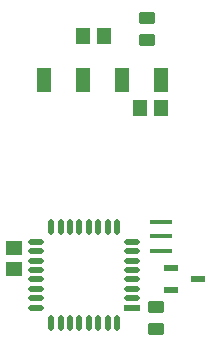
<source format=gbr>
%TF.GenerationSoftware,Altium Limited,Altium Designer,22.2.1 (43)*%
G04 Layer_Color=8421504*
%FSLAX45Y45*%
%MOMM*%
%TF.SameCoordinates,D68F7B63-5BB6-472D-936E-BE577255EEBD*%
%TF.FilePolarity,Positive*%
%TF.FileFunction,Paste,Top*%
%TF.Part,Single*%
G01*
G75*
%TA.AperFunction,SMDPad,CuDef*%
%ADD10R,1.47000X1.16000*%
%ADD11R,1.16000X1.47000*%
%ADD12R,1.27000X2.03200*%
G04:AMPARAMS|DCode=13|XSize=1mm|YSize=1.42mm|CornerRadius=0.125mm|HoleSize=0mm|Usage=FLASHONLY|Rotation=90.000|XOffset=0mm|YOffset=0mm|HoleType=Round|Shape=RoundedRectangle|*
%AMROUNDEDRECTD13*
21,1,1.00000,1.17000,0,0,90.0*
21,1,0.75000,1.42000,0,0,90.0*
1,1,0.25000,0.58500,0.37500*
1,1,0.25000,0.58500,-0.37500*
1,1,0.25000,-0.58500,-0.37500*
1,1,0.25000,-0.58500,0.37500*
%
%ADD13ROUNDEDRECTD13*%
%ADD14R,1.35523X0.48583*%
G04:AMPARAMS|DCode=15|XSize=1.35523mm|YSize=0.48583mm|CornerRadius=0.24292mm|HoleSize=0mm|Usage=FLASHONLY|Rotation=180.000|XOffset=0mm|YOffset=0mm|HoleType=Round|Shape=RoundedRectangle|*
%AMROUNDEDRECTD15*
21,1,1.35523,0.00000,0,0,180.0*
21,1,0.86940,0.48583,0,0,180.0*
1,1,0.48583,-0.43470,0.00000*
1,1,0.48583,0.43470,0.00000*
1,1,0.48583,0.43470,0.00000*
1,1,0.48583,-0.43470,0.00000*
%
%ADD15ROUNDEDRECTD15*%
G04:AMPARAMS|DCode=16|XSize=0.48583mm|YSize=1.35523mm|CornerRadius=0.24292mm|HoleSize=0mm|Usage=FLASHONLY|Rotation=180.000|XOffset=0mm|YOffset=0mm|HoleType=Round|Shape=RoundedRectangle|*
%AMROUNDEDRECTD16*
21,1,0.48583,0.86940,0,0,180.0*
21,1,0.00000,1.35523,0,0,180.0*
1,1,0.48583,0.00000,0.43470*
1,1,0.48583,0.00000,0.43470*
1,1,0.48583,0.00000,-0.43470*
1,1,0.48583,0.00000,-0.43470*
%
%ADD16ROUNDEDRECTD16*%
%ADD17R,1.90000X0.40000*%
%ADD18R,1.15000X0.60000*%
D10*
X7874000Y6401699D02*
D03*
Y6577701D02*
D03*
D11*
X8635101Y8369300D02*
D03*
X8459099D02*
D03*
X9117701Y7759700D02*
D03*
X8941699D02*
D03*
D12*
X8788400Y8001000D02*
D03*
X9118600D02*
D03*
X8458200D02*
D03*
X8128000D02*
D03*
D13*
X9004300Y8339303D02*
D03*
Y8526302D02*
D03*
X9080500Y6075202D02*
D03*
Y5888203D02*
D03*
D14*
X8878448Y6070001D02*
D03*
D15*
Y6150000D02*
D03*
Y6230000D02*
D03*
Y6310000D02*
D03*
Y6390000D02*
D03*
Y6470000D02*
D03*
Y6550000D02*
D03*
Y6629999D02*
D03*
X8063352D02*
D03*
Y6550000D02*
D03*
Y6470000D02*
D03*
Y6390000D02*
D03*
Y6310000D02*
D03*
Y6230000D02*
D03*
Y6150000D02*
D03*
Y6070001D02*
D03*
D16*
X8750899Y6757548D02*
D03*
X8670900D02*
D03*
X8590900D02*
D03*
X8510900D02*
D03*
X8430900D02*
D03*
X8350900D02*
D03*
X8270900D02*
D03*
X8190901D02*
D03*
Y5942452D02*
D03*
X8270900D02*
D03*
X8350900D02*
D03*
X8430900D02*
D03*
X8510900D02*
D03*
X8590900D02*
D03*
X8670900D02*
D03*
X8750899D02*
D03*
D17*
X9118600Y6794500D02*
D03*
Y6554500D02*
D03*
Y6674500D02*
D03*
D18*
X9209298Y6406901D02*
D03*
Y6216899D02*
D03*
X9434302Y6311900D02*
D03*
%TF.MD5,7c0562f6a7a8005bd428c04c4688280a*%
M02*

</source>
